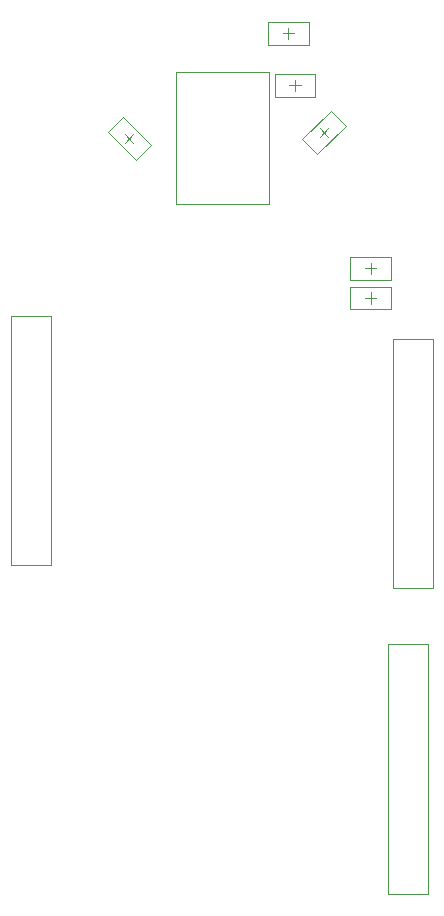
<source format=gbr>
%TF.GenerationSoftware,Altium Limited,Altium Designer,19.1.8 (144)*%
G04 Layer_Color=32768*
%FSLAX26Y26*%
%MOIN*%
%TF.FileFunction,Other,Mechanical_15*%
%TF.Part,Single*%
G01*
G75*
%TA.AperFunction,NonConductor*%
%ADD40C,0.003937*%
%ADD41C,0.001968*%
D40*
X1373032Y613189D02*
X1506890D01*
X1373032D02*
Y1443898D01*
X1506890D01*
Y613189D02*
Y1443898D01*
X1022638Y3480315D02*
X1062008D01*
X1042323Y3460630D02*
Y3500000D01*
X1315945Y2677165D02*
Y2716535D01*
X1296260Y2696850D02*
X1335630D01*
X1391732Y1630315D02*
Y2461024D01*
Y1630315D02*
X1525591D01*
Y2461024D01*
X1391732D02*
X1525591D01*
X1296260Y2598425D02*
X1335630D01*
X1315945Y2578740D02*
Y2618110D01*
X1062992Y3287402D02*
Y3326772D01*
X1043307Y3307087D02*
X1082677D01*
X1147498Y3135687D02*
X1175337Y3163526D01*
X1147498D02*
X1175337Y3135687D01*
X668504Y2910197D02*
Y3350197D01*
Y2910197D02*
X978504D01*
Y3350197D01*
X668504D02*
X978504D01*
X497892Y3143841D02*
X525730Y3116002D01*
X497892Y3116002D02*
X525730Y3143841D01*
X251969Y1707874D02*
Y2538583D01*
X118110D02*
X251969D01*
X118110Y1707874D02*
Y2538583D01*
Y1707874D02*
X251969D01*
D41*
X1109252Y3442913D02*
Y3517716D01*
X975394Y3442913D02*
Y3517716D01*
Y3442913D02*
X1109252D01*
X975394Y3517716D02*
X1109252D01*
X1249016Y2659449D02*
X1382874D01*
X1249016Y2734252D02*
X1382874D01*
Y2659449D02*
Y2734252D01*
X1249016Y2659449D02*
Y2734252D01*
Y2562992D02*
Y2633858D01*
X1382874Y2562992D02*
Y2633858D01*
X1249016D02*
X1382874D01*
X1249016Y2562992D02*
X1382874D01*
X996063Y3269685D02*
X1129921D01*
X996063Y3344488D02*
X1129921D01*
Y3269685D02*
Y3344488D01*
X996063Y3269685D02*
Y3344488D01*
X1183688Y3221987D02*
X1233798Y3171877D01*
X1089036Y3127335D02*
X1139146Y3077225D01*
X1233798Y3171877D01*
X1089036Y3127335D02*
X1183688Y3221987D01*
X534082Y3057540D02*
X584192Y3107650D01*
X439430Y3152192D02*
X489540Y3202302D01*
X439430Y3152192D02*
X534082Y3057540D01*
X489540Y3202302D02*
X584192Y3107650D01*
%TF.MD5,71307399c7b4ca87f9713e4d902281d7*%
M02*

</source>
